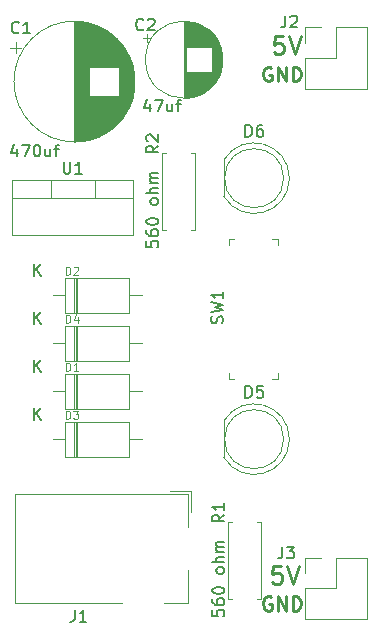
<source format=gto>
G04 #@! TF.GenerationSoftware,KiCad,Pcbnew,(5.1.2)-1*
G04 #@! TF.CreationDate,2019-05-11T09:03:38-04:00*
G04 #@! TF.ProjectId,PowerSupply,506f7765-7253-4757-9070-6c792e6b6963,1*
G04 #@! TF.SameCoordinates,Original*
G04 #@! TF.FileFunction,Legend,Top*
G04 #@! TF.FilePolarity,Positive*
%FSLAX46Y46*%
G04 Gerber Fmt 4.6, Leading zero omitted, Abs format (unit mm)*
G04 Created by KiCad (PCBNEW (5.1.2)-1) date 2019-05-11 09:03:38*
%MOMM*%
%LPD*%
G04 APERTURE LIST*
%ADD10C,0.150000*%
%ADD11C,0.250000*%
%ADD12C,0.120000*%
%ADD13C,0.100000*%
%ADD14C,0.125000*%
G04 APERTURE END LIST*
D10*
X119340380Y-126872666D02*
X119340380Y-127348857D01*
X119816571Y-127396476D01*
X119768952Y-127348857D01*
X119721333Y-127253619D01*
X119721333Y-127015523D01*
X119768952Y-126920285D01*
X119816571Y-126872666D01*
X119911809Y-126825047D01*
X120149904Y-126825047D01*
X120245142Y-126872666D01*
X120292761Y-126920285D01*
X120340380Y-127015523D01*
X120340380Y-127253619D01*
X120292761Y-127348857D01*
X120245142Y-127396476D01*
X119340380Y-125967904D02*
X119340380Y-126158380D01*
X119388000Y-126253619D01*
X119435619Y-126301238D01*
X119578476Y-126396476D01*
X119768952Y-126444095D01*
X120149904Y-126444095D01*
X120245142Y-126396476D01*
X120292761Y-126348857D01*
X120340380Y-126253619D01*
X120340380Y-126063142D01*
X120292761Y-125967904D01*
X120245142Y-125920285D01*
X120149904Y-125872666D01*
X119911809Y-125872666D01*
X119816571Y-125920285D01*
X119768952Y-125967904D01*
X119721333Y-126063142D01*
X119721333Y-126253619D01*
X119768952Y-126348857D01*
X119816571Y-126396476D01*
X119911809Y-126444095D01*
X119340380Y-125253619D02*
X119340380Y-125158380D01*
X119388000Y-125063142D01*
X119435619Y-125015523D01*
X119530857Y-124967904D01*
X119721333Y-124920285D01*
X119959428Y-124920285D01*
X120149904Y-124967904D01*
X120245142Y-125015523D01*
X120292761Y-125063142D01*
X120340380Y-125158380D01*
X120340380Y-125253619D01*
X120292761Y-125348857D01*
X120245142Y-125396476D01*
X120149904Y-125444095D01*
X119959428Y-125491714D01*
X119721333Y-125491714D01*
X119530857Y-125444095D01*
X119435619Y-125396476D01*
X119388000Y-125348857D01*
X119340380Y-125253619D01*
X120340380Y-123586952D02*
X120292761Y-123682190D01*
X120245142Y-123729809D01*
X120149904Y-123777428D01*
X119864190Y-123777428D01*
X119768952Y-123729809D01*
X119721333Y-123682190D01*
X119673714Y-123586952D01*
X119673714Y-123444095D01*
X119721333Y-123348857D01*
X119768952Y-123301238D01*
X119864190Y-123253619D01*
X120149904Y-123253619D01*
X120245142Y-123301238D01*
X120292761Y-123348857D01*
X120340380Y-123444095D01*
X120340380Y-123586952D01*
X120340380Y-122825047D02*
X119340380Y-122825047D01*
X120340380Y-122396476D02*
X119816571Y-122396476D01*
X119721333Y-122444095D01*
X119673714Y-122539333D01*
X119673714Y-122682190D01*
X119721333Y-122777428D01*
X119768952Y-122825047D01*
X120340380Y-121920285D02*
X119673714Y-121920285D01*
X119768952Y-121920285D02*
X119721333Y-121872666D01*
X119673714Y-121777428D01*
X119673714Y-121634571D01*
X119721333Y-121539333D01*
X119816571Y-121491714D01*
X120340380Y-121491714D01*
X119816571Y-121491714D02*
X119721333Y-121444095D01*
X119673714Y-121348857D01*
X119673714Y-121206000D01*
X119721333Y-121110761D01*
X119816571Y-121063142D01*
X120340380Y-121063142D01*
X113752380Y-95630666D02*
X113752380Y-96106857D01*
X114228571Y-96154476D01*
X114180952Y-96106857D01*
X114133333Y-96011619D01*
X114133333Y-95773523D01*
X114180952Y-95678285D01*
X114228571Y-95630666D01*
X114323809Y-95583047D01*
X114561904Y-95583047D01*
X114657142Y-95630666D01*
X114704761Y-95678285D01*
X114752380Y-95773523D01*
X114752380Y-96011619D01*
X114704761Y-96106857D01*
X114657142Y-96154476D01*
X113752380Y-94725904D02*
X113752380Y-94916380D01*
X113800000Y-95011619D01*
X113847619Y-95059238D01*
X113990476Y-95154476D01*
X114180952Y-95202095D01*
X114561904Y-95202095D01*
X114657142Y-95154476D01*
X114704761Y-95106857D01*
X114752380Y-95011619D01*
X114752380Y-94821142D01*
X114704761Y-94725904D01*
X114657142Y-94678285D01*
X114561904Y-94630666D01*
X114323809Y-94630666D01*
X114228571Y-94678285D01*
X114180952Y-94725904D01*
X114133333Y-94821142D01*
X114133333Y-95011619D01*
X114180952Y-95106857D01*
X114228571Y-95154476D01*
X114323809Y-95202095D01*
X113752380Y-94011619D02*
X113752380Y-93916380D01*
X113800000Y-93821142D01*
X113847619Y-93773523D01*
X113942857Y-93725904D01*
X114133333Y-93678285D01*
X114371428Y-93678285D01*
X114561904Y-93725904D01*
X114657142Y-93773523D01*
X114704761Y-93821142D01*
X114752380Y-93916380D01*
X114752380Y-94011619D01*
X114704761Y-94106857D01*
X114657142Y-94154476D01*
X114561904Y-94202095D01*
X114371428Y-94249714D01*
X114133333Y-94249714D01*
X113942857Y-94202095D01*
X113847619Y-94154476D01*
X113800000Y-94106857D01*
X113752380Y-94011619D01*
X114752380Y-92344952D02*
X114704761Y-92440190D01*
X114657142Y-92487809D01*
X114561904Y-92535428D01*
X114276190Y-92535428D01*
X114180952Y-92487809D01*
X114133333Y-92440190D01*
X114085714Y-92344952D01*
X114085714Y-92202095D01*
X114133333Y-92106857D01*
X114180952Y-92059238D01*
X114276190Y-92011619D01*
X114561904Y-92011619D01*
X114657142Y-92059238D01*
X114704761Y-92106857D01*
X114752380Y-92202095D01*
X114752380Y-92344952D01*
X114752380Y-91583047D02*
X113752380Y-91583047D01*
X114752380Y-91154476D02*
X114228571Y-91154476D01*
X114133333Y-91202095D01*
X114085714Y-91297333D01*
X114085714Y-91440190D01*
X114133333Y-91535428D01*
X114180952Y-91583047D01*
X114752380Y-90678285D02*
X114085714Y-90678285D01*
X114180952Y-90678285D02*
X114133333Y-90630666D01*
X114085714Y-90535428D01*
X114085714Y-90392571D01*
X114133333Y-90297333D01*
X114228571Y-90249714D01*
X114752380Y-90249714D01*
X114228571Y-90249714D02*
X114133333Y-90202095D01*
X114085714Y-90106857D01*
X114085714Y-89964000D01*
X114133333Y-89868761D01*
X114228571Y-89821142D01*
X114752380Y-89821142D01*
X114038190Y-83986714D02*
X114038190Y-84653380D01*
X113800095Y-83605761D02*
X113562000Y-84320047D01*
X114181047Y-84320047D01*
X114466761Y-83653380D02*
X115133428Y-83653380D01*
X114704857Y-84653380D01*
X115942952Y-83986714D02*
X115942952Y-84653380D01*
X115514380Y-83986714D02*
X115514380Y-84510523D01*
X115562000Y-84605761D01*
X115657238Y-84653380D01*
X115800095Y-84653380D01*
X115895333Y-84605761D01*
X115942952Y-84558142D01*
X116276285Y-83986714D02*
X116657238Y-83986714D01*
X116419142Y-84653380D02*
X116419142Y-83796238D01*
X116466761Y-83701000D01*
X116562000Y-83653380D01*
X116657238Y-83653380D01*
X102767000Y-87796714D02*
X102767000Y-88463380D01*
X102528904Y-87415761D02*
X102290809Y-88130047D01*
X102909857Y-88130047D01*
X103195571Y-87463380D02*
X103862238Y-87463380D01*
X103433666Y-88463380D01*
X104433666Y-87463380D02*
X104528904Y-87463380D01*
X104624142Y-87511000D01*
X104671761Y-87558619D01*
X104719380Y-87653857D01*
X104767000Y-87844333D01*
X104767000Y-88082428D01*
X104719380Y-88272904D01*
X104671761Y-88368142D01*
X104624142Y-88415761D01*
X104528904Y-88463380D01*
X104433666Y-88463380D01*
X104338428Y-88415761D01*
X104290809Y-88368142D01*
X104243190Y-88272904D01*
X104195571Y-88082428D01*
X104195571Y-87844333D01*
X104243190Y-87653857D01*
X104290809Y-87558619D01*
X104338428Y-87511000D01*
X104433666Y-87463380D01*
X105624142Y-87796714D02*
X105624142Y-88463380D01*
X105195571Y-87796714D02*
X105195571Y-88320523D01*
X105243190Y-88415761D01*
X105338428Y-88463380D01*
X105481285Y-88463380D01*
X105576523Y-88415761D01*
X105624142Y-88368142D01*
X105957476Y-87796714D02*
X106338428Y-87796714D01*
X106100333Y-88463380D02*
X106100333Y-87606238D01*
X106147952Y-87511000D01*
X106243190Y-87463380D01*
X106338428Y-87463380D01*
D11*
X124307714Y-80934000D02*
X124193428Y-80876857D01*
X124022000Y-80876857D01*
X123850571Y-80934000D01*
X123736285Y-81048285D01*
X123679142Y-81162571D01*
X123622000Y-81391142D01*
X123622000Y-81562571D01*
X123679142Y-81791142D01*
X123736285Y-81905428D01*
X123850571Y-82019714D01*
X124022000Y-82076857D01*
X124136285Y-82076857D01*
X124307714Y-82019714D01*
X124364857Y-81962571D01*
X124364857Y-81562571D01*
X124136285Y-81562571D01*
X124879142Y-82076857D02*
X124879142Y-80876857D01*
X125564857Y-82076857D01*
X125564857Y-80876857D01*
X126136285Y-82076857D02*
X126136285Y-80876857D01*
X126422000Y-80876857D01*
X126593428Y-80934000D01*
X126707714Y-81048285D01*
X126764857Y-81162571D01*
X126822000Y-81391142D01*
X126822000Y-81562571D01*
X126764857Y-81791142D01*
X126707714Y-81905428D01*
X126593428Y-82019714D01*
X126422000Y-82076857D01*
X126136285Y-82076857D01*
X124307714Y-125765000D02*
X124193428Y-125707857D01*
X124022000Y-125707857D01*
X123850571Y-125765000D01*
X123736285Y-125879285D01*
X123679142Y-125993571D01*
X123622000Y-126222142D01*
X123622000Y-126393571D01*
X123679142Y-126622142D01*
X123736285Y-126736428D01*
X123850571Y-126850714D01*
X124022000Y-126907857D01*
X124136285Y-126907857D01*
X124307714Y-126850714D01*
X124364857Y-126793571D01*
X124364857Y-126393571D01*
X124136285Y-126393571D01*
X124879142Y-126907857D02*
X124879142Y-125707857D01*
X125564857Y-126907857D01*
X125564857Y-125707857D01*
X126136285Y-126907857D02*
X126136285Y-125707857D01*
X126422000Y-125707857D01*
X126593428Y-125765000D01*
X126707714Y-125879285D01*
X126764857Y-125993571D01*
X126822000Y-126222142D01*
X126822000Y-126393571D01*
X126764857Y-126622142D01*
X126707714Y-126736428D01*
X126593428Y-126850714D01*
X126422000Y-126907857D01*
X126136285Y-126907857D01*
X125317285Y-78299571D02*
X124603000Y-78299571D01*
X124531571Y-79013857D01*
X124603000Y-78942428D01*
X124745857Y-78871000D01*
X125103000Y-78871000D01*
X125245857Y-78942428D01*
X125317285Y-79013857D01*
X125388714Y-79156714D01*
X125388714Y-79513857D01*
X125317285Y-79656714D01*
X125245857Y-79728142D01*
X125103000Y-79799571D01*
X124745857Y-79799571D01*
X124603000Y-79728142D01*
X124531571Y-79656714D01*
X125817285Y-78299571D02*
X126317285Y-79799571D01*
X126817285Y-78299571D01*
X125190285Y-123130571D02*
X124476000Y-123130571D01*
X124404571Y-123844857D01*
X124476000Y-123773428D01*
X124618857Y-123702000D01*
X124976000Y-123702000D01*
X125118857Y-123773428D01*
X125190285Y-123844857D01*
X125261714Y-123987714D01*
X125261714Y-124344857D01*
X125190285Y-124487714D01*
X125118857Y-124559142D01*
X124976000Y-124630571D01*
X124618857Y-124630571D01*
X124476000Y-124559142D01*
X124404571Y-124487714D01*
X125690285Y-123130571D02*
X126190285Y-124630571D01*
X126690285Y-123130571D01*
D12*
X106881000Y-106861000D02*
X106881000Y-109801000D01*
X106881000Y-109801000D02*
X112321000Y-109801000D01*
X112321000Y-109801000D02*
X112321000Y-106861000D01*
X112321000Y-106861000D02*
X106881000Y-106861000D01*
X105861000Y-108331000D02*
X106881000Y-108331000D01*
X113341000Y-108331000D02*
X112321000Y-108331000D01*
X107781000Y-106861000D02*
X107781000Y-109801000D01*
X107901000Y-106861000D02*
X107901000Y-109801000D01*
X107661000Y-106861000D02*
X107661000Y-109801000D01*
X117829000Y-88170000D02*
X117499000Y-88170000D01*
X117829000Y-94710000D02*
X117829000Y-88170000D01*
X117499000Y-94710000D02*
X117829000Y-94710000D01*
X115089000Y-88170000D02*
X115419000Y-88170000D01*
X115089000Y-94710000D02*
X115089000Y-88170000D01*
X115419000Y-94710000D02*
X115089000Y-94710000D01*
X112776000Y-82114000D02*
G75*
G03X112776000Y-82114000I-5120000J0D01*
G01*
X107656000Y-77034000D02*
X107656000Y-87194000D01*
X107696000Y-77034000D02*
X107696000Y-87194000D01*
X107736000Y-77034000D02*
X107736000Y-87194000D01*
X107776000Y-77035000D02*
X107776000Y-87193000D01*
X107816000Y-77036000D02*
X107816000Y-87192000D01*
X107856000Y-77037000D02*
X107856000Y-87191000D01*
X107896000Y-77039000D02*
X107896000Y-87189000D01*
X107936000Y-77041000D02*
X107936000Y-87187000D01*
X107976000Y-77044000D02*
X107976000Y-87184000D01*
X108016000Y-77046000D02*
X108016000Y-87182000D01*
X108056000Y-77049000D02*
X108056000Y-87179000D01*
X108096000Y-77052000D02*
X108096000Y-87176000D01*
X108136000Y-77056000D02*
X108136000Y-87172000D01*
X108176000Y-77060000D02*
X108176000Y-87168000D01*
X108216000Y-77064000D02*
X108216000Y-87164000D01*
X108256000Y-77069000D02*
X108256000Y-87159000D01*
X108296000Y-77074000D02*
X108296000Y-87154000D01*
X108336000Y-77079000D02*
X108336000Y-87149000D01*
X108377000Y-77084000D02*
X108377000Y-87144000D01*
X108417000Y-77090000D02*
X108417000Y-87138000D01*
X108457000Y-77096000D02*
X108457000Y-87132000D01*
X108497000Y-77103000D02*
X108497000Y-87125000D01*
X108537000Y-77110000D02*
X108537000Y-87118000D01*
X108577000Y-77117000D02*
X108577000Y-87111000D01*
X108617000Y-77124000D02*
X108617000Y-87104000D01*
X108657000Y-77132000D02*
X108657000Y-87096000D01*
X108697000Y-77140000D02*
X108697000Y-87088000D01*
X108737000Y-77149000D02*
X108737000Y-87079000D01*
X108777000Y-77158000D02*
X108777000Y-87070000D01*
X108817000Y-77167000D02*
X108817000Y-87061000D01*
X108857000Y-77176000D02*
X108857000Y-87052000D01*
X108897000Y-77186000D02*
X108897000Y-87042000D01*
X108937000Y-77196000D02*
X108937000Y-80873000D01*
X108937000Y-83355000D02*
X108937000Y-87032000D01*
X108977000Y-77207000D02*
X108977000Y-80873000D01*
X108977000Y-83355000D02*
X108977000Y-87021000D01*
X109017000Y-77217000D02*
X109017000Y-80873000D01*
X109017000Y-83355000D02*
X109017000Y-87011000D01*
X109057000Y-77229000D02*
X109057000Y-80873000D01*
X109057000Y-83355000D02*
X109057000Y-86999000D01*
X109097000Y-77240000D02*
X109097000Y-80873000D01*
X109097000Y-83355000D02*
X109097000Y-86988000D01*
X109137000Y-77252000D02*
X109137000Y-80873000D01*
X109137000Y-83355000D02*
X109137000Y-86976000D01*
X109177000Y-77264000D02*
X109177000Y-80873000D01*
X109177000Y-83355000D02*
X109177000Y-86964000D01*
X109217000Y-77277000D02*
X109217000Y-80873000D01*
X109217000Y-83355000D02*
X109217000Y-86951000D01*
X109257000Y-77290000D02*
X109257000Y-80873000D01*
X109257000Y-83355000D02*
X109257000Y-86938000D01*
X109297000Y-77303000D02*
X109297000Y-80873000D01*
X109297000Y-83355000D02*
X109297000Y-86925000D01*
X109337000Y-77317000D02*
X109337000Y-80873000D01*
X109337000Y-83355000D02*
X109337000Y-86911000D01*
X109377000Y-77331000D02*
X109377000Y-80873000D01*
X109377000Y-83355000D02*
X109377000Y-86897000D01*
X109417000Y-77346000D02*
X109417000Y-80873000D01*
X109417000Y-83355000D02*
X109417000Y-86882000D01*
X109457000Y-77360000D02*
X109457000Y-80873000D01*
X109457000Y-83355000D02*
X109457000Y-86868000D01*
X109497000Y-77376000D02*
X109497000Y-80873000D01*
X109497000Y-83355000D02*
X109497000Y-86852000D01*
X109537000Y-77391000D02*
X109537000Y-80873000D01*
X109537000Y-83355000D02*
X109537000Y-86837000D01*
X109577000Y-77407000D02*
X109577000Y-80873000D01*
X109577000Y-83355000D02*
X109577000Y-86821000D01*
X109617000Y-77424000D02*
X109617000Y-80873000D01*
X109617000Y-83355000D02*
X109617000Y-86804000D01*
X109657000Y-77440000D02*
X109657000Y-80873000D01*
X109657000Y-83355000D02*
X109657000Y-86788000D01*
X109697000Y-77457000D02*
X109697000Y-80873000D01*
X109697000Y-83355000D02*
X109697000Y-86771000D01*
X109737000Y-77475000D02*
X109737000Y-80873000D01*
X109737000Y-83355000D02*
X109737000Y-86753000D01*
X109777000Y-77493000D02*
X109777000Y-80873000D01*
X109777000Y-83355000D02*
X109777000Y-86735000D01*
X109817000Y-77511000D02*
X109817000Y-80873000D01*
X109817000Y-83355000D02*
X109817000Y-86717000D01*
X109857000Y-77530000D02*
X109857000Y-80873000D01*
X109857000Y-83355000D02*
X109857000Y-86698000D01*
X109897000Y-77550000D02*
X109897000Y-80873000D01*
X109897000Y-83355000D02*
X109897000Y-86678000D01*
X109937000Y-77569000D02*
X109937000Y-80873000D01*
X109937000Y-83355000D02*
X109937000Y-86659000D01*
X109977000Y-77589000D02*
X109977000Y-80873000D01*
X109977000Y-83355000D02*
X109977000Y-86639000D01*
X110017000Y-77610000D02*
X110017000Y-80873000D01*
X110017000Y-83355000D02*
X110017000Y-86618000D01*
X110057000Y-77631000D02*
X110057000Y-80873000D01*
X110057000Y-83355000D02*
X110057000Y-86597000D01*
X110097000Y-77652000D02*
X110097000Y-80873000D01*
X110097000Y-83355000D02*
X110097000Y-86576000D01*
X110137000Y-77674000D02*
X110137000Y-80873000D01*
X110137000Y-83355000D02*
X110137000Y-86554000D01*
X110177000Y-77697000D02*
X110177000Y-80873000D01*
X110177000Y-83355000D02*
X110177000Y-86531000D01*
X110217000Y-77719000D02*
X110217000Y-80873000D01*
X110217000Y-83355000D02*
X110217000Y-86509000D01*
X110257000Y-77743000D02*
X110257000Y-80873000D01*
X110257000Y-83355000D02*
X110257000Y-86485000D01*
X110297000Y-77767000D02*
X110297000Y-80873000D01*
X110297000Y-83355000D02*
X110297000Y-86461000D01*
X110337000Y-77791000D02*
X110337000Y-80873000D01*
X110337000Y-83355000D02*
X110337000Y-86437000D01*
X110377000Y-77816000D02*
X110377000Y-80873000D01*
X110377000Y-83355000D02*
X110377000Y-86412000D01*
X110417000Y-77841000D02*
X110417000Y-80873000D01*
X110417000Y-83355000D02*
X110417000Y-86387000D01*
X110457000Y-77867000D02*
X110457000Y-80873000D01*
X110457000Y-83355000D02*
X110457000Y-86361000D01*
X110497000Y-77893000D02*
X110497000Y-80873000D01*
X110497000Y-83355000D02*
X110497000Y-86335000D01*
X110537000Y-77920000D02*
X110537000Y-80873000D01*
X110537000Y-83355000D02*
X110537000Y-86308000D01*
X110577000Y-77948000D02*
X110577000Y-80873000D01*
X110577000Y-83355000D02*
X110577000Y-86280000D01*
X110617000Y-77976000D02*
X110617000Y-80873000D01*
X110617000Y-83355000D02*
X110617000Y-86252000D01*
X110657000Y-78004000D02*
X110657000Y-80873000D01*
X110657000Y-83355000D02*
X110657000Y-86224000D01*
X110697000Y-78034000D02*
X110697000Y-80873000D01*
X110697000Y-83355000D02*
X110697000Y-86194000D01*
X110737000Y-78064000D02*
X110737000Y-80873000D01*
X110737000Y-83355000D02*
X110737000Y-86164000D01*
X110777000Y-78094000D02*
X110777000Y-80873000D01*
X110777000Y-83355000D02*
X110777000Y-86134000D01*
X110817000Y-78125000D02*
X110817000Y-80873000D01*
X110817000Y-83355000D02*
X110817000Y-86103000D01*
X110857000Y-78157000D02*
X110857000Y-80873000D01*
X110857000Y-83355000D02*
X110857000Y-86071000D01*
X110897000Y-78189000D02*
X110897000Y-80873000D01*
X110897000Y-83355000D02*
X110897000Y-86039000D01*
X110937000Y-78222000D02*
X110937000Y-80873000D01*
X110937000Y-83355000D02*
X110937000Y-86006000D01*
X110977000Y-78256000D02*
X110977000Y-80873000D01*
X110977000Y-83355000D02*
X110977000Y-85972000D01*
X111017000Y-78290000D02*
X111017000Y-80873000D01*
X111017000Y-83355000D02*
X111017000Y-85938000D01*
X111057000Y-78325000D02*
X111057000Y-80873000D01*
X111057000Y-83355000D02*
X111057000Y-85903000D01*
X111097000Y-78361000D02*
X111097000Y-80873000D01*
X111097000Y-83355000D02*
X111097000Y-85867000D01*
X111137000Y-78398000D02*
X111137000Y-80873000D01*
X111137000Y-83355000D02*
X111137000Y-85830000D01*
X111177000Y-78435000D02*
X111177000Y-80873000D01*
X111177000Y-83355000D02*
X111177000Y-85793000D01*
X111217000Y-78474000D02*
X111217000Y-80873000D01*
X111217000Y-83355000D02*
X111217000Y-85754000D01*
X111257000Y-78513000D02*
X111257000Y-80873000D01*
X111257000Y-83355000D02*
X111257000Y-85715000D01*
X111297000Y-78553000D02*
X111297000Y-80873000D01*
X111297000Y-83355000D02*
X111297000Y-85675000D01*
X111337000Y-78594000D02*
X111337000Y-80873000D01*
X111337000Y-83355000D02*
X111337000Y-85634000D01*
X111377000Y-78636000D02*
X111377000Y-80873000D01*
X111377000Y-83355000D02*
X111377000Y-85592000D01*
X111417000Y-78678000D02*
X111417000Y-85550000D01*
X111457000Y-78722000D02*
X111457000Y-85506000D01*
X111497000Y-78767000D02*
X111497000Y-85461000D01*
X111537000Y-78813000D02*
X111537000Y-85415000D01*
X111577000Y-78860000D02*
X111577000Y-85368000D01*
X111617000Y-78908000D02*
X111617000Y-85320000D01*
X111657000Y-78958000D02*
X111657000Y-85270000D01*
X111697000Y-79008000D02*
X111697000Y-85220000D01*
X111737000Y-79060000D02*
X111737000Y-85168000D01*
X111777000Y-79114000D02*
X111777000Y-85114000D01*
X111817000Y-79169000D02*
X111817000Y-85059000D01*
X111857000Y-79225000D02*
X111857000Y-85003000D01*
X111897000Y-79284000D02*
X111897000Y-84944000D01*
X111937000Y-79344000D02*
X111937000Y-84884000D01*
X111977000Y-79405000D02*
X111977000Y-84823000D01*
X112017000Y-79469000D02*
X112017000Y-84759000D01*
X112057000Y-79535000D02*
X112057000Y-84693000D01*
X112097000Y-79604000D02*
X112097000Y-84624000D01*
X112137000Y-79675000D02*
X112137000Y-84553000D01*
X112177000Y-79749000D02*
X112177000Y-84479000D01*
X112217000Y-79825000D02*
X112217000Y-84403000D01*
X112257000Y-79905000D02*
X112257000Y-84323000D01*
X112297000Y-79989000D02*
X112297000Y-84239000D01*
X112337000Y-80077000D02*
X112337000Y-84151000D01*
X112377000Y-80170000D02*
X112377000Y-84058000D01*
X112417000Y-80268000D02*
X112417000Y-83960000D01*
X112457000Y-80372000D02*
X112457000Y-83856000D01*
X112497000Y-80484000D02*
X112497000Y-83744000D01*
X112537000Y-80604000D02*
X112537000Y-83624000D01*
X112577000Y-80736000D02*
X112577000Y-83492000D01*
X112617000Y-80884000D02*
X112617000Y-83344000D01*
X112657000Y-81052000D02*
X112657000Y-83176000D01*
X112697000Y-81252000D02*
X112697000Y-82976000D01*
X112737000Y-81515000D02*
X112737000Y-82713000D01*
X102176354Y-79239000D02*
X103176354Y-79239000D01*
X102676354Y-78739000D02*
X102676354Y-79739000D01*
X120217000Y-80264000D02*
G75*
G03X120217000Y-80264000I-3270000J0D01*
G01*
X116947000Y-77034000D02*
X116947000Y-83494000D01*
X116987000Y-77034000D02*
X116987000Y-83494000D01*
X117027000Y-77034000D02*
X117027000Y-83494000D01*
X117067000Y-77036000D02*
X117067000Y-83492000D01*
X117107000Y-77037000D02*
X117107000Y-83491000D01*
X117147000Y-77040000D02*
X117147000Y-83488000D01*
X117187000Y-77042000D02*
X117187000Y-79224000D01*
X117187000Y-81304000D02*
X117187000Y-83486000D01*
X117227000Y-77046000D02*
X117227000Y-79224000D01*
X117227000Y-81304000D02*
X117227000Y-83482000D01*
X117267000Y-77049000D02*
X117267000Y-79224000D01*
X117267000Y-81304000D02*
X117267000Y-83479000D01*
X117307000Y-77053000D02*
X117307000Y-79224000D01*
X117307000Y-81304000D02*
X117307000Y-83475000D01*
X117347000Y-77058000D02*
X117347000Y-79224000D01*
X117347000Y-81304000D02*
X117347000Y-83470000D01*
X117387000Y-77063000D02*
X117387000Y-79224000D01*
X117387000Y-81304000D02*
X117387000Y-83465000D01*
X117427000Y-77069000D02*
X117427000Y-79224000D01*
X117427000Y-81304000D02*
X117427000Y-83459000D01*
X117467000Y-77075000D02*
X117467000Y-79224000D01*
X117467000Y-81304000D02*
X117467000Y-83453000D01*
X117507000Y-77082000D02*
X117507000Y-79224000D01*
X117507000Y-81304000D02*
X117507000Y-83446000D01*
X117547000Y-77089000D02*
X117547000Y-79224000D01*
X117547000Y-81304000D02*
X117547000Y-83439000D01*
X117587000Y-77097000D02*
X117587000Y-79224000D01*
X117587000Y-81304000D02*
X117587000Y-83431000D01*
X117627000Y-77105000D02*
X117627000Y-79224000D01*
X117627000Y-81304000D02*
X117627000Y-83423000D01*
X117668000Y-77114000D02*
X117668000Y-79224000D01*
X117668000Y-81304000D02*
X117668000Y-83414000D01*
X117708000Y-77123000D02*
X117708000Y-79224000D01*
X117708000Y-81304000D02*
X117708000Y-83405000D01*
X117748000Y-77133000D02*
X117748000Y-79224000D01*
X117748000Y-81304000D02*
X117748000Y-83395000D01*
X117788000Y-77143000D02*
X117788000Y-79224000D01*
X117788000Y-81304000D02*
X117788000Y-83385000D01*
X117828000Y-77154000D02*
X117828000Y-79224000D01*
X117828000Y-81304000D02*
X117828000Y-83374000D01*
X117868000Y-77166000D02*
X117868000Y-79224000D01*
X117868000Y-81304000D02*
X117868000Y-83362000D01*
X117908000Y-77178000D02*
X117908000Y-79224000D01*
X117908000Y-81304000D02*
X117908000Y-83350000D01*
X117948000Y-77190000D02*
X117948000Y-79224000D01*
X117948000Y-81304000D02*
X117948000Y-83338000D01*
X117988000Y-77203000D02*
X117988000Y-79224000D01*
X117988000Y-81304000D02*
X117988000Y-83325000D01*
X118028000Y-77217000D02*
X118028000Y-79224000D01*
X118028000Y-81304000D02*
X118028000Y-83311000D01*
X118068000Y-77231000D02*
X118068000Y-79224000D01*
X118068000Y-81304000D02*
X118068000Y-83297000D01*
X118108000Y-77246000D02*
X118108000Y-79224000D01*
X118108000Y-81304000D02*
X118108000Y-83282000D01*
X118148000Y-77262000D02*
X118148000Y-79224000D01*
X118148000Y-81304000D02*
X118148000Y-83266000D01*
X118188000Y-77278000D02*
X118188000Y-79224000D01*
X118188000Y-81304000D02*
X118188000Y-83250000D01*
X118228000Y-77294000D02*
X118228000Y-79224000D01*
X118228000Y-81304000D02*
X118228000Y-83234000D01*
X118268000Y-77312000D02*
X118268000Y-79224000D01*
X118268000Y-81304000D02*
X118268000Y-83216000D01*
X118308000Y-77330000D02*
X118308000Y-79224000D01*
X118308000Y-81304000D02*
X118308000Y-83198000D01*
X118348000Y-77348000D02*
X118348000Y-79224000D01*
X118348000Y-81304000D02*
X118348000Y-83180000D01*
X118388000Y-77368000D02*
X118388000Y-79224000D01*
X118388000Y-81304000D02*
X118388000Y-83160000D01*
X118428000Y-77388000D02*
X118428000Y-79224000D01*
X118428000Y-81304000D02*
X118428000Y-83140000D01*
X118468000Y-77408000D02*
X118468000Y-79224000D01*
X118468000Y-81304000D02*
X118468000Y-83120000D01*
X118508000Y-77430000D02*
X118508000Y-79224000D01*
X118508000Y-81304000D02*
X118508000Y-83098000D01*
X118548000Y-77452000D02*
X118548000Y-79224000D01*
X118548000Y-81304000D02*
X118548000Y-83076000D01*
X118588000Y-77474000D02*
X118588000Y-79224000D01*
X118588000Y-81304000D02*
X118588000Y-83054000D01*
X118628000Y-77498000D02*
X118628000Y-79224000D01*
X118628000Y-81304000D02*
X118628000Y-83030000D01*
X118668000Y-77522000D02*
X118668000Y-79224000D01*
X118668000Y-81304000D02*
X118668000Y-83006000D01*
X118708000Y-77548000D02*
X118708000Y-79224000D01*
X118708000Y-81304000D02*
X118708000Y-82980000D01*
X118748000Y-77574000D02*
X118748000Y-79224000D01*
X118748000Y-81304000D02*
X118748000Y-82954000D01*
X118788000Y-77600000D02*
X118788000Y-79224000D01*
X118788000Y-81304000D02*
X118788000Y-82928000D01*
X118828000Y-77628000D02*
X118828000Y-79224000D01*
X118828000Y-81304000D02*
X118828000Y-82900000D01*
X118868000Y-77657000D02*
X118868000Y-79224000D01*
X118868000Y-81304000D02*
X118868000Y-82871000D01*
X118908000Y-77686000D02*
X118908000Y-79224000D01*
X118908000Y-81304000D02*
X118908000Y-82842000D01*
X118948000Y-77716000D02*
X118948000Y-79224000D01*
X118948000Y-81304000D02*
X118948000Y-82812000D01*
X118988000Y-77748000D02*
X118988000Y-79224000D01*
X118988000Y-81304000D02*
X118988000Y-82780000D01*
X119028000Y-77780000D02*
X119028000Y-79224000D01*
X119028000Y-81304000D02*
X119028000Y-82748000D01*
X119068000Y-77814000D02*
X119068000Y-79224000D01*
X119068000Y-81304000D02*
X119068000Y-82714000D01*
X119108000Y-77848000D02*
X119108000Y-79224000D01*
X119108000Y-81304000D02*
X119108000Y-82680000D01*
X119148000Y-77884000D02*
X119148000Y-79224000D01*
X119148000Y-81304000D02*
X119148000Y-82644000D01*
X119188000Y-77921000D02*
X119188000Y-79224000D01*
X119188000Y-81304000D02*
X119188000Y-82607000D01*
X119228000Y-77959000D02*
X119228000Y-79224000D01*
X119228000Y-81304000D02*
X119228000Y-82569000D01*
X119268000Y-77999000D02*
X119268000Y-82529000D01*
X119308000Y-78040000D02*
X119308000Y-82488000D01*
X119348000Y-78082000D02*
X119348000Y-82446000D01*
X119388000Y-78127000D02*
X119388000Y-82401000D01*
X119428000Y-78172000D02*
X119428000Y-82356000D01*
X119468000Y-78220000D02*
X119468000Y-82308000D01*
X119508000Y-78269000D02*
X119508000Y-82259000D01*
X119548000Y-78320000D02*
X119548000Y-82208000D01*
X119588000Y-78374000D02*
X119588000Y-82154000D01*
X119628000Y-78430000D02*
X119628000Y-82098000D01*
X119668000Y-78488000D02*
X119668000Y-82040000D01*
X119708000Y-78550000D02*
X119708000Y-81978000D01*
X119748000Y-78614000D02*
X119748000Y-81914000D01*
X119788000Y-78683000D02*
X119788000Y-81845000D01*
X119828000Y-78755000D02*
X119828000Y-81773000D01*
X119868000Y-78832000D02*
X119868000Y-81696000D01*
X119908000Y-78914000D02*
X119908000Y-81614000D01*
X119948000Y-79002000D02*
X119948000Y-81526000D01*
X119988000Y-79099000D02*
X119988000Y-81429000D01*
X120028000Y-79205000D02*
X120028000Y-81323000D01*
X120068000Y-79324000D02*
X120068000Y-81204000D01*
X120108000Y-79462000D02*
X120108000Y-81066000D01*
X120148000Y-79631000D02*
X120148000Y-80897000D01*
X120188000Y-79862000D02*
X120188000Y-80666000D01*
X113446759Y-78425000D02*
X114076759Y-78425000D01*
X113761759Y-78110000D02*
X113761759Y-78740000D01*
X106881000Y-98733000D02*
X106881000Y-101673000D01*
X106881000Y-101673000D02*
X112321000Y-101673000D01*
X112321000Y-101673000D02*
X112321000Y-98733000D01*
X112321000Y-98733000D02*
X106881000Y-98733000D01*
X105861000Y-100203000D02*
X106881000Y-100203000D01*
X113341000Y-100203000D02*
X112321000Y-100203000D01*
X107781000Y-98733000D02*
X107781000Y-101673000D01*
X107901000Y-98733000D02*
X107901000Y-101673000D01*
X107661000Y-98733000D02*
X107661000Y-101673000D01*
X107661000Y-110925000D02*
X107661000Y-113865000D01*
X107901000Y-110925000D02*
X107901000Y-113865000D01*
X107781000Y-110925000D02*
X107781000Y-113865000D01*
X113341000Y-112395000D02*
X112321000Y-112395000D01*
X105861000Y-112395000D02*
X106881000Y-112395000D01*
X112321000Y-110925000D02*
X106881000Y-110925000D01*
X112321000Y-113865000D02*
X112321000Y-110925000D01*
X106881000Y-113865000D02*
X112321000Y-113865000D01*
X106881000Y-110925000D02*
X106881000Y-113865000D01*
X107661000Y-102797000D02*
X107661000Y-105737000D01*
X107901000Y-102797000D02*
X107901000Y-105737000D01*
X107781000Y-102797000D02*
X107781000Y-105737000D01*
X113341000Y-104267000D02*
X112321000Y-104267000D01*
X105861000Y-104267000D02*
X106881000Y-104267000D01*
X112321000Y-102797000D02*
X106881000Y-102797000D01*
X112321000Y-105737000D02*
X112321000Y-102797000D01*
X106881000Y-105737000D02*
X112321000Y-105737000D01*
X106881000Y-102797000D02*
X106881000Y-105737000D01*
X120310000Y-110850000D02*
X120310000Y-113940000D01*
X125370000Y-112395000D02*
G75*
G03X125370000Y-112395000I-2500000J0D01*
G01*
X125860000Y-112394538D02*
G75*
G02X120310000Y-113939830I-2990000J-462D01*
G01*
X125860000Y-112395462D02*
G75*
G03X120310000Y-110850170I-2990000J462D01*
G01*
X125860000Y-90297462D02*
G75*
G03X120310000Y-88752170I-2990000J462D01*
G01*
X125860000Y-90296538D02*
G75*
G02X120310000Y-91841830I-2990000J-462D01*
G01*
X125370000Y-90297000D02*
G75*
G03X125370000Y-90297000I-2500000J0D01*
G01*
X120310000Y-88752000D02*
X120310000Y-91842000D01*
X111659000Y-126266000D02*
X102659000Y-126266000D01*
X102659000Y-126266000D02*
X102659000Y-117066000D01*
X102659000Y-117066000D02*
X117259000Y-117066000D01*
X117259000Y-117066000D02*
X117259000Y-119866000D01*
X117259000Y-123466000D02*
X117259000Y-126266000D01*
X117259000Y-126266000D02*
X115259000Y-126266000D01*
X115759000Y-116826000D02*
X117499000Y-116826000D01*
X117499000Y-116826000D02*
X117499000Y-118566000D01*
X127194000Y-82737000D02*
X132394000Y-82737000D01*
X127194000Y-80137000D02*
X127194000Y-82737000D01*
X132394000Y-77537000D02*
X132394000Y-82737000D01*
X127194000Y-80137000D02*
X129794000Y-80137000D01*
X129794000Y-80137000D02*
X129794000Y-77537000D01*
X129794000Y-77537000D02*
X132394000Y-77537000D01*
X127194000Y-78867000D02*
X127194000Y-77537000D01*
X127194000Y-77537000D02*
X128524000Y-77537000D01*
X127194000Y-122431000D02*
X128524000Y-122431000D01*
X127194000Y-123761000D02*
X127194000Y-122431000D01*
X129794000Y-122431000D02*
X132394000Y-122431000D01*
X129794000Y-125031000D02*
X129794000Y-122431000D01*
X127194000Y-125031000D02*
X129794000Y-125031000D01*
X132394000Y-122431000D02*
X132394000Y-127631000D01*
X127194000Y-125031000D02*
X127194000Y-127631000D01*
X127194000Y-127631000D02*
X132394000Y-127631000D01*
X121007000Y-125952000D02*
X120677000Y-125952000D01*
X120677000Y-125952000D02*
X120677000Y-119412000D01*
X120677000Y-119412000D02*
X121007000Y-119412000D01*
X123087000Y-125952000D02*
X123417000Y-125952000D01*
X123417000Y-125952000D02*
X123417000Y-119412000D01*
X123417000Y-119412000D02*
X123087000Y-119412000D01*
D13*
X124909000Y-95426000D02*
X124909000Y-95926000D01*
X124909000Y-95426000D02*
X124409000Y-95426000D01*
X124909000Y-107326000D02*
X124909000Y-106826000D01*
X124909000Y-107326000D02*
X124409000Y-107326000D01*
X120709000Y-107326000D02*
X120709000Y-106826000D01*
X120709000Y-107326000D02*
X121209000Y-107326000D01*
X120709000Y-95426000D02*
X121209000Y-95426000D01*
X120709000Y-95426000D02*
X120709000Y-95926000D01*
D12*
X102389000Y-90456000D02*
X112629000Y-90456000D01*
X102389000Y-95097000D02*
X112629000Y-95097000D01*
X102389000Y-90456000D02*
X102389000Y-95097000D01*
X112629000Y-90456000D02*
X112629000Y-95097000D01*
X102389000Y-91966000D02*
X112629000Y-91966000D01*
X105659000Y-90456000D02*
X105659000Y-91966000D01*
X109360000Y-90456000D02*
X109360000Y-91966000D01*
D14*
X106925333Y-106615666D02*
X106925333Y-105915666D01*
X107092000Y-105915666D01*
X107192000Y-105949000D01*
X107258666Y-106015666D01*
X107292000Y-106082333D01*
X107325333Y-106215666D01*
X107325333Y-106315666D01*
X107292000Y-106449000D01*
X107258666Y-106515666D01*
X107192000Y-106582333D01*
X107092000Y-106615666D01*
X106925333Y-106615666D01*
X107992000Y-106615666D02*
X107592000Y-106615666D01*
X107792000Y-106615666D02*
X107792000Y-105915666D01*
X107725333Y-106015666D01*
X107658666Y-106082333D01*
X107592000Y-106115666D01*
D10*
X104259095Y-106683380D02*
X104259095Y-105683380D01*
X104830523Y-106683380D02*
X104401952Y-106111952D01*
X104830523Y-105683380D02*
X104259095Y-106254809D01*
X114752380Y-87542666D02*
X114276190Y-87876000D01*
X114752380Y-88114095D02*
X113752380Y-88114095D01*
X113752380Y-87733142D01*
X113800000Y-87637904D01*
X113847619Y-87590285D01*
X113942857Y-87542666D01*
X114085714Y-87542666D01*
X114180952Y-87590285D01*
X114228571Y-87637904D01*
X114276190Y-87733142D01*
X114276190Y-88114095D01*
X113847619Y-87161714D02*
X113800000Y-87114095D01*
X113752380Y-87018857D01*
X113752380Y-86780761D01*
X113800000Y-86685523D01*
X113847619Y-86637904D01*
X113942857Y-86590285D01*
X114038095Y-86590285D01*
X114180952Y-86637904D01*
X114752380Y-87209333D01*
X114752380Y-86590285D01*
X102957333Y-77954142D02*
X102909714Y-78001761D01*
X102766857Y-78049380D01*
X102671619Y-78049380D01*
X102528761Y-78001761D01*
X102433523Y-77906523D01*
X102385904Y-77811285D01*
X102338285Y-77620809D01*
X102338285Y-77477952D01*
X102385904Y-77287476D01*
X102433523Y-77192238D01*
X102528761Y-77097000D01*
X102671619Y-77049380D01*
X102766857Y-77049380D01*
X102909714Y-77097000D01*
X102957333Y-77144619D01*
X103909714Y-78049380D02*
X103338285Y-78049380D01*
X103624000Y-78049380D02*
X103624000Y-77049380D01*
X103528761Y-77192238D01*
X103433523Y-77287476D01*
X103338285Y-77335095D01*
X113498333Y-77700142D02*
X113450714Y-77747761D01*
X113307857Y-77795380D01*
X113212619Y-77795380D01*
X113069761Y-77747761D01*
X112974523Y-77652523D01*
X112926904Y-77557285D01*
X112879285Y-77366809D01*
X112879285Y-77223952D01*
X112926904Y-77033476D01*
X112974523Y-76938238D01*
X113069761Y-76843000D01*
X113212619Y-76795380D01*
X113307857Y-76795380D01*
X113450714Y-76843000D01*
X113498333Y-76890619D01*
X113879285Y-76890619D02*
X113926904Y-76843000D01*
X114022142Y-76795380D01*
X114260238Y-76795380D01*
X114355476Y-76843000D01*
X114403095Y-76890619D01*
X114450714Y-76985857D01*
X114450714Y-77081095D01*
X114403095Y-77223952D01*
X113831666Y-77795380D01*
X114450714Y-77795380D01*
D14*
X106925333Y-98487666D02*
X106925333Y-97787666D01*
X107092000Y-97787666D01*
X107192000Y-97821000D01*
X107258666Y-97887666D01*
X107292000Y-97954333D01*
X107325333Y-98087666D01*
X107325333Y-98187666D01*
X107292000Y-98321000D01*
X107258666Y-98387666D01*
X107192000Y-98454333D01*
X107092000Y-98487666D01*
X106925333Y-98487666D01*
X107592000Y-97854333D02*
X107625333Y-97821000D01*
X107692000Y-97787666D01*
X107858666Y-97787666D01*
X107925333Y-97821000D01*
X107958666Y-97854333D01*
X107992000Y-97921000D01*
X107992000Y-97987666D01*
X107958666Y-98087666D01*
X107558666Y-98487666D01*
X107992000Y-98487666D01*
D10*
X104259095Y-98555380D02*
X104259095Y-97555380D01*
X104830523Y-98555380D02*
X104401952Y-97983952D01*
X104830523Y-97555380D02*
X104259095Y-98126809D01*
D14*
X106925333Y-110679666D02*
X106925333Y-109979666D01*
X107092000Y-109979666D01*
X107192000Y-110013000D01*
X107258666Y-110079666D01*
X107292000Y-110146333D01*
X107325333Y-110279666D01*
X107325333Y-110379666D01*
X107292000Y-110513000D01*
X107258666Y-110579666D01*
X107192000Y-110646333D01*
X107092000Y-110679666D01*
X106925333Y-110679666D01*
X107558666Y-109979666D02*
X107992000Y-109979666D01*
X107758666Y-110246333D01*
X107858666Y-110246333D01*
X107925333Y-110279666D01*
X107958666Y-110313000D01*
X107992000Y-110379666D01*
X107992000Y-110546333D01*
X107958666Y-110613000D01*
X107925333Y-110646333D01*
X107858666Y-110679666D01*
X107658666Y-110679666D01*
X107592000Y-110646333D01*
X107558666Y-110613000D01*
D10*
X104259095Y-110747380D02*
X104259095Y-109747380D01*
X104830523Y-110747380D02*
X104401952Y-110175952D01*
X104830523Y-109747380D02*
X104259095Y-110318809D01*
D14*
X106925333Y-102551666D02*
X106925333Y-101851666D01*
X107092000Y-101851666D01*
X107192000Y-101885000D01*
X107258666Y-101951666D01*
X107292000Y-102018333D01*
X107325333Y-102151666D01*
X107325333Y-102251666D01*
X107292000Y-102385000D01*
X107258666Y-102451666D01*
X107192000Y-102518333D01*
X107092000Y-102551666D01*
X106925333Y-102551666D01*
X107925333Y-102085000D02*
X107925333Y-102551666D01*
X107758666Y-101818333D02*
X107592000Y-102318333D01*
X108025333Y-102318333D01*
D10*
X104259095Y-102619380D02*
X104259095Y-101619380D01*
X104830523Y-102619380D02*
X104401952Y-102047952D01*
X104830523Y-101619380D02*
X104259095Y-102190809D01*
X122131904Y-108887380D02*
X122131904Y-107887380D01*
X122370000Y-107887380D01*
X122512857Y-107935000D01*
X122608095Y-108030238D01*
X122655714Y-108125476D01*
X122703333Y-108315952D01*
X122703333Y-108458809D01*
X122655714Y-108649285D01*
X122608095Y-108744523D01*
X122512857Y-108839761D01*
X122370000Y-108887380D01*
X122131904Y-108887380D01*
X123608095Y-107887380D02*
X123131904Y-107887380D01*
X123084285Y-108363571D01*
X123131904Y-108315952D01*
X123227142Y-108268333D01*
X123465238Y-108268333D01*
X123560476Y-108315952D01*
X123608095Y-108363571D01*
X123655714Y-108458809D01*
X123655714Y-108696904D01*
X123608095Y-108792142D01*
X123560476Y-108839761D01*
X123465238Y-108887380D01*
X123227142Y-108887380D01*
X123131904Y-108839761D01*
X123084285Y-108792142D01*
X122131904Y-86789380D02*
X122131904Y-85789380D01*
X122370000Y-85789380D01*
X122512857Y-85837000D01*
X122608095Y-85932238D01*
X122655714Y-86027476D01*
X122703333Y-86217952D01*
X122703333Y-86360809D01*
X122655714Y-86551285D01*
X122608095Y-86646523D01*
X122512857Y-86741761D01*
X122370000Y-86789380D01*
X122131904Y-86789380D01*
X123560476Y-85789380D02*
X123370000Y-85789380D01*
X123274761Y-85837000D01*
X123227142Y-85884619D01*
X123131904Y-86027476D01*
X123084285Y-86217952D01*
X123084285Y-86598904D01*
X123131904Y-86694142D01*
X123179523Y-86741761D01*
X123274761Y-86789380D01*
X123465238Y-86789380D01*
X123560476Y-86741761D01*
X123608095Y-86694142D01*
X123655714Y-86598904D01*
X123655714Y-86360809D01*
X123608095Y-86265571D01*
X123560476Y-86217952D01*
X123465238Y-86170333D01*
X123274761Y-86170333D01*
X123179523Y-86217952D01*
X123131904Y-86265571D01*
X123084285Y-86360809D01*
X107675666Y-126868380D02*
X107675666Y-127582666D01*
X107628047Y-127725523D01*
X107532809Y-127820761D01*
X107389952Y-127868380D01*
X107294714Y-127868380D01*
X108675666Y-127868380D02*
X108104238Y-127868380D01*
X108389952Y-127868380D02*
X108389952Y-126868380D01*
X108294714Y-127011238D01*
X108199476Y-127106476D01*
X108104238Y-127154095D01*
X125523666Y-76541380D02*
X125523666Y-77255666D01*
X125476047Y-77398523D01*
X125380809Y-77493761D01*
X125237952Y-77541380D01*
X125142714Y-77541380D01*
X125952238Y-76636619D02*
X125999857Y-76589000D01*
X126095095Y-76541380D01*
X126333190Y-76541380D01*
X126428428Y-76589000D01*
X126476047Y-76636619D01*
X126523666Y-76731857D01*
X126523666Y-76827095D01*
X126476047Y-76969952D01*
X125904619Y-77541380D01*
X126523666Y-77541380D01*
X125269666Y-121499380D02*
X125269666Y-122213666D01*
X125222047Y-122356523D01*
X125126809Y-122451761D01*
X124983952Y-122499380D01*
X124888714Y-122499380D01*
X125650619Y-121499380D02*
X126269666Y-121499380D01*
X125936333Y-121880333D01*
X126079190Y-121880333D01*
X126174428Y-121927952D01*
X126222047Y-121975571D01*
X126269666Y-122070809D01*
X126269666Y-122308904D01*
X126222047Y-122404142D01*
X126174428Y-122451761D01*
X126079190Y-122499380D01*
X125793476Y-122499380D01*
X125698238Y-122451761D01*
X125650619Y-122404142D01*
X120340380Y-118784666D02*
X119864190Y-119118000D01*
X120340380Y-119356095D02*
X119340380Y-119356095D01*
X119340380Y-118975142D01*
X119388000Y-118879904D01*
X119435619Y-118832285D01*
X119530857Y-118784666D01*
X119673714Y-118784666D01*
X119768952Y-118832285D01*
X119816571Y-118879904D01*
X119864190Y-118975142D01*
X119864190Y-119356095D01*
X120340380Y-117832285D02*
X120340380Y-118403714D01*
X120340380Y-118118000D02*
X119340380Y-118118000D01*
X119483238Y-118213238D01*
X119578476Y-118308476D01*
X119626095Y-118403714D01*
X120193761Y-102569333D02*
X120241380Y-102426476D01*
X120241380Y-102188380D01*
X120193761Y-102093142D01*
X120146142Y-102045523D01*
X120050904Y-101997904D01*
X119955666Y-101997904D01*
X119860428Y-102045523D01*
X119812809Y-102093142D01*
X119765190Y-102188380D01*
X119717571Y-102378857D01*
X119669952Y-102474095D01*
X119622333Y-102521714D01*
X119527095Y-102569333D01*
X119431857Y-102569333D01*
X119336619Y-102521714D01*
X119289000Y-102474095D01*
X119241380Y-102378857D01*
X119241380Y-102140761D01*
X119289000Y-101997904D01*
X119241380Y-101664571D02*
X120241380Y-101426476D01*
X119527095Y-101236000D01*
X120241380Y-101045523D01*
X119241380Y-100807428D01*
X120241380Y-99902666D02*
X120241380Y-100474095D01*
X120241380Y-100188380D02*
X119241380Y-100188380D01*
X119384238Y-100283619D01*
X119479476Y-100378857D01*
X119527095Y-100474095D01*
X106747095Y-88908380D02*
X106747095Y-89717904D01*
X106794714Y-89813142D01*
X106842333Y-89860761D01*
X106937571Y-89908380D01*
X107128047Y-89908380D01*
X107223285Y-89860761D01*
X107270904Y-89813142D01*
X107318523Y-89717904D01*
X107318523Y-88908380D01*
X108318523Y-89908380D02*
X107747095Y-89908380D01*
X108032809Y-89908380D02*
X108032809Y-88908380D01*
X107937571Y-89051238D01*
X107842333Y-89146476D01*
X107747095Y-89194095D01*
M02*

</source>
